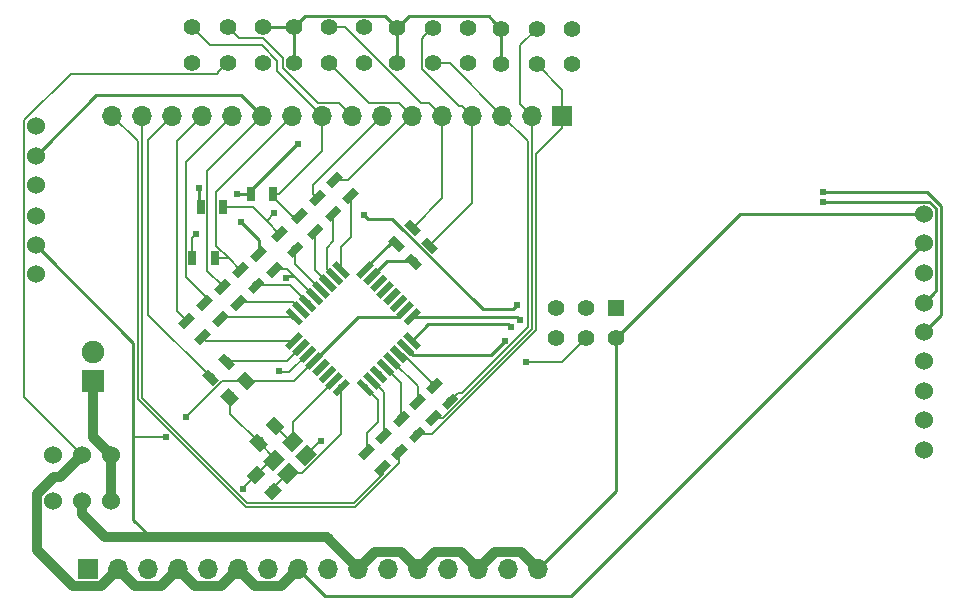
<source format=gtl>
G04 #@! TF.GenerationSoftware,KiCad,Pcbnew,5.0.2-bee76a0~70~ubuntu18.04.1*
G04 #@! TF.CreationDate,2019-11-08T01:10:53-05:00*
G04 #@! TF.ProjectId,controllerBoard,636f6e74-726f-46c6-9c65-72426f617264,rev?*
G04 #@! TF.SameCoordinates,Original*
G04 #@! TF.FileFunction,Copper,L1,Top*
G04 #@! TF.FilePolarity,Positive*
%FSLAX46Y46*%
G04 Gerber Fmt 4.6, Leading zero omitted, Abs format (unit mm)*
G04 Created by KiCad (PCBNEW 5.0.2-bee76a0~70~ubuntu18.04.1) date Fri 08 Nov 2019 01:10:53 AM EST*
%MOMM*%
%LPD*%
G01*
G04 APERTURE LIST*
G04 #@! TA.AperFunction,SMDPad,CuDef*
%ADD10C,0.550000*%
G04 #@! TD*
G04 #@! TA.AperFunction,Conductor*
%ADD11C,0.100000*%
G04 #@! TD*
G04 #@! TA.AperFunction,SMDPad,CuDef*
%ADD12C,1.000000*%
G04 #@! TD*
G04 #@! TA.AperFunction,ComponentPad*
%ADD13R,1.700000X1.700000*%
G04 #@! TD*
G04 #@! TA.AperFunction,ComponentPad*
%ADD14O,1.700000X1.700000*%
G04 #@! TD*
G04 #@! TA.AperFunction,ComponentPad*
%ADD15R,1.400000X1.400000*%
G04 #@! TD*
G04 #@! TA.AperFunction,ComponentPad*
%ADD16C,1.400000*%
G04 #@! TD*
G04 #@! TA.AperFunction,ComponentPad*
%ADD17R,1.900000X1.900000*%
G04 #@! TD*
G04 #@! TA.AperFunction,ComponentPad*
%ADD18C,1.900000*%
G04 #@! TD*
G04 #@! TA.AperFunction,SMDPad,CuDef*
%ADD19C,0.700000*%
G04 #@! TD*
G04 #@! TA.AperFunction,SMDPad,CuDef*
%ADD20C,1.200000*%
G04 #@! TD*
G04 #@! TA.AperFunction,SMDPad,CuDef*
%ADD21R,0.700000X1.300000*%
G04 #@! TD*
G04 #@! TA.AperFunction,ComponentPad*
%ADD22C,1.524000*%
G04 #@! TD*
G04 #@! TA.AperFunction,ViaPad*
%ADD23C,0.609600*%
G04 #@! TD*
G04 #@! TA.AperFunction,Conductor*
%ADD24C,0.152400*%
G04 #@! TD*
G04 #@! TA.AperFunction,Conductor*
%ADD25C,0.812800*%
G04 #@! TD*
G04 #@! TA.AperFunction,Conductor*
%ADD26C,0.254000*%
G04 #@! TD*
G04 APERTURE END LIST*
D10*
G04 #@! TO.P,U1,1*
G04 #@! TO.N,Net-(R14-Pad2)*
X93527309Y-94344579D03*
D11*
G04 #@! TD*
G04 #@! TO.N,Net-(R14-Pad2)*
G04 #@! TO.C,U1*
G36*
X93156078Y-95104719D02*
X92767169Y-94715810D01*
X93898540Y-93584439D01*
X94287449Y-93973348D01*
X93156078Y-95104719D01*
X93156078Y-95104719D01*
G37*
D10*
G04 #@! TO.P,U1,2*
G04 #@! TO.N,Net-(R15-Pad2)*
X94092995Y-94910264D03*
D11*
G04 #@! TD*
G04 #@! TO.N,Net-(R15-Pad2)*
G04 #@! TO.C,U1*
G36*
X93721764Y-95670404D02*
X93332855Y-95281495D01*
X94464226Y-94150124D01*
X94853135Y-94539033D01*
X93721764Y-95670404D01*
X93721764Y-95670404D01*
G37*
D10*
G04 #@! TO.P,U1,3*
G04 #@! TO.N,GND*
X94658680Y-95475950D03*
D11*
G04 #@! TD*
G04 #@! TO.N,GND*
G04 #@! TO.C,U1*
G36*
X94287449Y-96236090D02*
X93898540Y-95847181D01*
X95029911Y-94715810D01*
X95418820Y-95104719D01*
X94287449Y-96236090D01*
X94287449Y-96236090D01*
G37*
D10*
G04 #@! TO.P,U1,4*
G04 #@! TO.N,+5V*
X95224365Y-96041635D03*
D11*
G04 #@! TD*
G04 #@! TO.N,+5V*
G04 #@! TO.C,U1*
G36*
X94853134Y-96801775D02*
X94464225Y-96412866D01*
X95595596Y-95281495D01*
X95984505Y-95670404D01*
X94853134Y-96801775D01*
X94853134Y-96801775D01*
G37*
D10*
G04 #@! TO.P,U1,5*
G04 #@! TO.N,Net-(U1-Pad5)*
X95790051Y-96607321D03*
D11*
G04 #@! TD*
G04 #@! TO.N,Net-(U1-Pad5)*
G04 #@! TO.C,U1*
G36*
X95418820Y-97367461D02*
X95029911Y-96978552D01*
X96161282Y-95847181D01*
X96550191Y-96236090D01*
X95418820Y-97367461D01*
X95418820Y-97367461D01*
G37*
D10*
G04 #@! TO.P,U1,6*
G04 #@! TO.N,Net-(U1-Pad6)*
X96355736Y-97173006D03*
D11*
G04 #@! TD*
G04 #@! TO.N,Net-(U1-Pad6)*
G04 #@! TO.C,U1*
G36*
X95984505Y-97933146D02*
X95595596Y-97544237D01*
X96726967Y-96412866D01*
X97115876Y-96801775D01*
X95984505Y-97933146D01*
X95984505Y-97933146D01*
G37*
D10*
G04 #@! TO.P,U1,7*
G04 #@! TO.N,/XTAL1*
X96921422Y-97738691D03*
D11*
G04 #@! TD*
G04 #@! TO.N,/XTAL1*
G04 #@! TO.C,U1*
G36*
X96550191Y-98498831D02*
X96161282Y-98109922D01*
X97292653Y-96978551D01*
X97681562Y-97367460D01*
X96550191Y-98498831D01*
X96550191Y-98498831D01*
G37*
D10*
G04 #@! TO.P,U1,8*
G04 #@! TO.N,/XTAL2*
X97487107Y-98304377D03*
D11*
G04 #@! TD*
G04 #@! TO.N,/XTAL2*
G04 #@! TO.C,U1*
G36*
X97115876Y-99064517D02*
X96726967Y-98675608D01*
X97858338Y-97544237D01*
X98247247Y-97933146D01*
X97115876Y-99064517D01*
X97115876Y-99064517D01*
G37*
D10*
G04 #@! TO.P,U1,9*
G04 #@! TO.N,Net-(R16-Pad2)*
X99537717Y-98304377D03*
D11*
G04 #@! TD*
G04 #@! TO.N,Net-(R16-Pad2)*
G04 #@! TO.C,U1*
G36*
X100297857Y-98675608D02*
X99908948Y-99064517D01*
X98777577Y-97933146D01*
X99166486Y-97544237D01*
X100297857Y-98675608D01*
X100297857Y-98675608D01*
G37*
D10*
G04 #@! TO.P,U1,10*
G04 #@! TO.N,Net-(R17-Pad2)*
X100103402Y-97738691D03*
D11*
G04 #@! TD*
G04 #@! TO.N,Net-(R17-Pad2)*
G04 #@! TO.C,U1*
G36*
X100863542Y-98109922D02*
X100474633Y-98498831D01*
X99343262Y-97367460D01*
X99732171Y-96978551D01*
X100863542Y-98109922D01*
X100863542Y-98109922D01*
G37*
D10*
G04 #@! TO.P,U1,11*
G04 #@! TO.N,Net-(U1-Pad11)*
X100669088Y-97173006D03*
D11*
G04 #@! TD*
G04 #@! TO.N,Net-(U1-Pad11)*
G04 #@! TO.C,U1*
G36*
X101429228Y-97544237D02*
X101040319Y-97933146D01*
X99908948Y-96801775D01*
X100297857Y-96412866D01*
X101429228Y-97544237D01*
X101429228Y-97544237D01*
G37*
D10*
G04 #@! TO.P,U1,12*
G04 #@! TO.N,Net-(R1-Pad2)*
X101234773Y-96607321D03*
D11*
G04 #@! TD*
G04 #@! TO.N,Net-(R1-Pad2)*
G04 #@! TO.C,U1*
G36*
X101994913Y-96978552D02*
X101606004Y-97367461D01*
X100474633Y-96236090D01*
X100863542Y-95847181D01*
X101994913Y-96978552D01*
X101994913Y-96978552D01*
G37*
D10*
G04 #@! TO.P,U1,13*
G04 #@! TO.N,Net-(R2-Pad2)*
X101800459Y-96041635D03*
D11*
G04 #@! TD*
G04 #@! TO.N,Net-(R2-Pad2)*
G04 #@! TO.C,U1*
G36*
X102560599Y-96412866D02*
X102171690Y-96801775D01*
X101040319Y-95670404D01*
X101429228Y-95281495D01*
X102560599Y-96412866D01*
X102560599Y-96412866D01*
G37*
D10*
G04 #@! TO.P,U1,14*
G04 #@! TO.N,Net-(R3-Pad2)*
X102366144Y-95475950D03*
D11*
G04 #@! TD*
G04 #@! TO.N,Net-(R3-Pad2)*
G04 #@! TO.C,U1*
G36*
X103126284Y-95847181D02*
X102737375Y-96236090D01*
X101606004Y-95104719D01*
X101994913Y-94715810D01*
X103126284Y-95847181D01*
X103126284Y-95847181D01*
G37*
D10*
G04 #@! TO.P,U1,15*
G04 #@! TO.N,/MOSI*
X102931829Y-94910264D03*
D11*
G04 #@! TD*
G04 #@! TO.N,/MOSI*
G04 #@! TO.C,U1*
G36*
X103691969Y-95281495D02*
X103303060Y-95670404D01*
X102171689Y-94539033D01*
X102560598Y-94150124D01*
X103691969Y-95281495D01*
X103691969Y-95281495D01*
G37*
D10*
G04 #@! TO.P,U1,16*
G04 #@! TO.N,/MISO*
X103497515Y-94344579D03*
D11*
G04 #@! TD*
G04 #@! TO.N,/MISO*
G04 #@! TO.C,U1*
G36*
X104257655Y-94715810D02*
X103868746Y-95104719D01*
X102737375Y-93973348D01*
X103126284Y-93584439D01*
X104257655Y-94715810D01*
X104257655Y-94715810D01*
G37*
D10*
G04 #@! TO.P,U1,17*
G04 #@! TO.N,/SCK*
X103497515Y-92293969D03*
D11*
G04 #@! TD*
G04 #@! TO.N,/SCK*
G04 #@! TO.C,U1*
G36*
X103126284Y-93054109D02*
X102737375Y-92665200D01*
X103868746Y-91533829D01*
X104257655Y-91922738D01*
X103126284Y-93054109D01*
X103126284Y-93054109D01*
G37*
D10*
G04 #@! TO.P,U1,18*
G04 #@! TO.N,+5V*
X102931829Y-91728284D03*
D11*
G04 #@! TD*
G04 #@! TO.N,+5V*
G04 #@! TO.C,U1*
G36*
X102560598Y-92488424D02*
X102171689Y-92099515D01*
X103303060Y-90968144D01*
X103691969Y-91357053D01*
X102560598Y-92488424D01*
X102560598Y-92488424D01*
G37*
D10*
G04 #@! TO.P,U1,19*
G04 #@! TO.N,Net-(U1-Pad19)*
X102366144Y-91162598D03*
D11*
G04 #@! TD*
G04 #@! TO.N,Net-(U1-Pad19)*
G04 #@! TO.C,U1*
G36*
X101994913Y-91922738D02*
X101606004Y-91533829D01*
X102737375Y-90402458D01*
X103126284Y-90791367D01*
X101994913Y-91922738D01*
X101994913Y-91922738D01*
G37*
D10*
G04 #@! TO.P,U1,20*
G04 #@! TO.N,Net-(U1-Pad20)*
X101800459Y-90596913D03*
D11*
G04 #@! TD*
G04 #@! TO.N,Net-(U1-Pad20)*
G04 #@! TO.C,U1*
G36*
X101429228Y-91357053D02*
X101040319Y-90968144D01*
X102171690Y-89836773D01*
X102560599Y-90225682D01*
X101429228Y-91357053D01*
X101429228Y-91357053D01*
G37*
D10*
G04 #@! TO.P,U1,21*
G04 #@! TO.N,Net-(U1-Pad21)*
X101234773Y-90031227D03*
D11*
G04 #@! TD*
G04 #@! TO.N,Net-(U1-Pad21)*
G04 #@! TO.C,U1*
G36*
X100863542Y-90791367D02*
X100474633Y-90402458D01*
X101606004Y-89271087D01*
X101994913Y-89659996D01*
X100863542Y-90791367D01*
X100863542Y-90791367D01*
G37*
D10*
G04 #@! TO.P,U1,22*
G04 #@! TO.N,Net-(U1-Pad22)*
X100669088Y-89465542D03*
D11*
G04 #@! TD*
G04 #@! TO.N,Net-(U1-Pad22)*
G04 #@! TO.C,U1*
G36*
X100297857Y-90225682D02*
X99908948Y-89836773D01*
X101040319Y-88705402D01*
X101429228Y-89094311D01*
X100297857Y-90225682D01*
X100297857Y-90225682D01*
G37*
D10*
G04 #@! TO.P,U1,23*
G04 #@! TO.N,Net-(R4-Pad2)*
X100103402Y-88899857D03*
D11*
G04 #@! TD*
G04 #@! TO.N,Net-(R4-Pad2)*
G04 #@! TO.C,U1*
G36*
X99732171Y-89659997D02*
X99343262Y-89271088D01*
X100474633Y-88139717D01*
X100863542Y-88528626D01*
X99732171Y-89659997D01*
X99732171Y-89659997D01*
G37*
D10*
G04 #@! TO.P,U1,24*
G04 #@! TO.N,Net-(R5-Pad2)*
X99537717Y-88334171D03*
D11*
G04 #@! TD*
G04 #@! TO.N,Net-(R5-Pad2)*
G04 #@! TO.C,U1*
G36*
X99166486Y-89094311D02*
X98777577Y-88705402D01*
X99908948Y-87574031D01*
X100297857Y-87962940D01*
X99166486Y-89094311D01*
X99166486Y-89094311D01*
G37*
D10*
G04 #@! TO.P,U1,25*
G04 #@! TO.N,Net-(R6-Pad2)*
X97487107Y-88334171D03*
D11*
G04 #@! TD*
G04 #@! TO.N,Net-(R6-Pad2)*
G04 #@! TO.C,U1*
G36*
X98247247Y-88705402D02*
X97858338Y-89094311D01*
X96726967Y-87962940D01*
X97115876Y-87574031D01*
X98247247Y-88705402D01*
X98247247Y-88705402D01*
G37*
D10*
G04 #@! TO.P,U1,26*
G04 #@! TO.N,Net-(R7-Pad2)*
X96921422Y-88899857D03*
D11*
G04 #@! TD*
G04 #@! TO.N,Net-(R7-Pad2)*
G04 #@! TO.C,U1*
G36*
X97681562Y-89271088D02*
X97292653Y-89659997D01*
X96161282Y-88528626D01*
X96550191Y-88139717D01*
X97681562Y-89271088D01*
X97681562Y-89271088D01*
G37*
D10*
G04 #@! TO.P,U1,27*
G04 #@! TO.N,Net-(R8-Pad2)*
X96355736Y-89465542D03*
D11*
G04 #@! TD*
G04 #@! TO.N,Net-(R8-Pad2)*
G04 #@! TO.C,U1*
G36*
X97115876Y-89836773D02*
X96726967Y-90225682D01*
X95595596Y-89094311D01*
X95984505Y-88705402D01*
X97115876Y-89836773D01*
X97115876Y-89836773D01*
G37*
D10*
G04 #@! TO.P,U1,28*
G04 #@! TO.N,Net-(R9-Pad2)*
X95790051Y-90031227D03*
D11*
G04 #@! TD*
G04 #@! TO.N,Net-(R9-Pad2)*
G04 #@! TO.C,U1*
G36*
X96550191Y-90402458D02*
X96161282Y-90791367D01*
X95029911Y-89659996D01*
X95418820Y-89271087D01*
X96550191Y-90402458D01*
X96550191Y-90402458D01*
G37*
D10*
G04 #@! TO.P,U1,29*
G04 #@! TO.N,/RESET*
X95224365Y-90596913D03*
D11*
G04 #@! TD*
G04 #@! TO.N,/RESET*
G04 #@! TO.C,U1*
G36*
X95984505Y-90968144D02*
X95595596Y-91357053D01*
X94464225Y-90225682D01*
X94853134Y-89836773D01*
X95984505Y-90968144D01*
X95984505Y-90968144D01*
G37*
D10*
G04 #@! TO.P,U1,30*
G04 #@! TO.N,Net-(R20-Pad2)*
X94658680Y-91162598D03*
D11*
G04 #@! TD*
G04 #@! TO.N,Net-(R20-Pad2)*
G04 #@! TO.C,U1*
G36*
X95418820Y-91533829D02*
X95029911Y-91922738D01*
X93898540Y-90791367D01*
X94287449Y-90402458D01*
X95418820Y-91533829D01*
X95418820Y-91533829D01*
G37*
D10*
G04 #@! TO.P,U1,31*
G04 #@! TO.N,Net-(R12-Pad2)*
X94092995Y-91728284D03*
D11*
G04 #@! TD*
G04 #@! TO.N,Net-(R12-Pad2)*
G04 #@! TO.C,U1*
G36*
X94853135Y-92099515D02*
X94464226Y-92488424D01*
X93332855Y-91357053D01*
X93721764Y-90968144D01*
X94853135Y-92099515D01*
X94853135Y-92099515D01*
G37*
D10*
G04 #@! TO.P,U1,32*
G04 #@! TO.N,Net-(R13-Pad2)*
X93527309Y-92293969D03*
D11*
G04 #@! TD*
G04 #@! TO.N,Net-(R13-Pad2)*
G04 #@! TO.C,U1*
G36*
X94287449Y-92665200D02*
X93898540Y-93054109D01*
X92767169Y-91922738D01*
X93156078Y-91533829D01*
X94287449Y-92665200D01*
X94287449Y-92665200D01*
G37*
D12*
G04 #@! TO.P,C1,1*
G04 #@! TO.N,+5V*
X89480107Y-97717893D03*
D11*
G04 #@! TD*
G04 #@! TO.N,+5V*
G04 #@! TO.C,C1*
G36*
X89391719Y-96922398D02*
X90275602Y-97806281D01*
X89568495Y-98513388D01*
X88684612Y-97629505D01*
X89391719Y-96922398D01*
X89391719Y-96922398D01*
G37*
D12*
G04 #@! TO.P,C1,2*
G04 #@! TO.N,GND*
X88065893Y-99132107D03*
D11*
G04 #@! TD*
G04 #@! TO.N,GND*
G04 #@! TO.C,C1*
G36*
X87977505Y-98336612D02*
X88861388Y-99220495D01*
X88154281Y-99927602D01*
X87270398Y-99043719D01*
X87977505Y-98336612D01*
X87977505Y-98336612D01*
G37*
D12*
G04 #@! TO.P,C2,2*
G04 #@! TO.N,GND*
X90502231Y-102960800D03*
D11*
G04 #@! TD*
G04 #@! TO.N,GND*
G04 #@! TO.C,C2*
G36*
X90413843Y-102165305D02*
X91297726Y-103049188D01*
X90590619Y-103756295D01*
X89706736Y-102872412D01*
X90413843Y-102165305D01*
X90413843Y-102165305D01*
G37*
D12*
G04 #@! TO.P,C2,1*
G04 #@! TO.N,/XTAL1*
X91916445Y-101546586D03*
D11*
G04 #@! TD*
G04 #@! TO.N,/XTAL1*
G04 #@! TO.C,C2*
G36*
X91828057Y-100751091D02*
X92711940Y-101634974D01*
X92004833Y-102342081D01*
X91120950Y-101458198D01*
X91828057Y-100751091D01*
X91828057Y-100751091D01*
G37*
D12*
G04 #@! TO.P,C3,1*
G04 #@! TO.N,/XTAL2*
X91736840Y-107091717D03*
D11*
G04 #@! TD*
G04 #@! TO.N,/XTAL2*
G04 #@! TO.C,C3*
G36*
X92532335Y-107003329D02*
X91648452Y-107887212D01*
X90941345Y-107180105D01*
X91825228Y-106296222D01*
X92532335Y-107003329D01*
X92532335Y-107003329D01*
G37*
D12*
G04 #@! TO.P,C3,2*
G04 #@! TO.N,GND*
X90322626Y-105677503D03*
D11*
G04 #@! TD*
G04 #@! TO.N,GND*
G04 #@! TO.C,C3*
G36*
X91118121Y-105589115D02*
X90234238Y-106472998D01*
X89527131Y-105765891D01*
X90411014Y-104882008D01*
X91118121Y-105589115D01*
X91118121Y-105589115D01*
G37*
D13*
G04 #@! TO.P,J2,1*
G04 #@! TO.N,/IO1*
X116205000Y-75311000D03*
D14*
G04 #@! TO.P,J2,2*
G04 #@! TO.N,/IO2*
X113665000Y-75311000D03*
G04 #@! TO.P,J2,3*
G04 #@! TO.N,/IO3*
X111125000Y-75311000D03*
G04 #@! TO.P,J2,4*
G04 #@! TO.N,/IO4*
X108585000Y-75311000D03*
G04 #@! TO.P,J2,5*
G04 #@! TO.N,/IO5*
X106045000Y-75311000D03*
G04 #@! TO.P,J2,6*
G04 #@! TO.N,/IO6*
X103505000Y-75311000D03*
G04 #@! TO.P,J2,7*
G04 #@! TO.N,/IO7*
X100965000Y-75311000D03*
G04 #@! TO.P,J2,8*
G04 #@! TO.N,/SCL*
X98425000Y-75311000D03*
G04 #@! TO.P,J2,9*
G04 #@! TO.N,/SDA*
X95885000Y-75311000D03*
G04 #@! TO.P,J2,10*
G04 #@! TO.N,/RX*
X93345000Y-75311000D03*
G04 #@! TO.P,J2,11*
G04 #@! TO.N,/TX*
X90805000Y-75311000D03*
G04 #@! TO.P,J2,12*
G04 #@! TO.N,/IO12*
X88265000Y-75311000D03*
G04 #@! TO.P,J2,13*
G04 #@! TO.N,/IO13*
X85725000Y-75311000D03*
G04 #@! TO.P,J2,14*
G04 #@! TO.N,/IO14*
X83185000Y-75311000D03*
G04 #@! TO.P,J2,15*
G04 #@! TO.N,/IO15*
X80645000Y-75311000D03*
G04 #@! TO.P,J2,16*
G04 #@! TO.N,/IO16*
X78105000Y-75311000D03*
G04 #@! TD*
D15*
G04 #@! TO.P,J3,1*
G04 #@! TO.N,/MISO*
X120777000Y-91567000D03*
D16*
G04 #@! TO.P,J3,2*
G04 #@! TO.N,+5V*
X120777000Y-94107000D03*
G04 #@! TO.P,J3,3*
G04 #@! TO.N,/SCK*
X118237000Y-91567000D03*
G04 #@! TO.P,J3,4*
G04 #@! TO.N,/MOSI*
X118237000Y-94107000D03*
G04 #@! TO.P,J3,5*
G04 #@! TO.N,/RESET*
X115697000Y-91567000D03*
G04 #@! TO.P,J3,6*
G04 #@! TO.N,GND*
X115697000Y-94107000D03*
G04 #@! TD*
D17*
G04 #@! TO.P,J4,1*
G04 #@! TO.N,/VIN_BAT*
X76522000Y-97790000D03*
D18*
G04 #@! TO.P,J4,2*
G04 #@! TO.N,GND*
X76522000Y-95290000D03*
G04 #@! TD*
D19*
G04 #@! TO.P,R1,2*
G04 #@! TO.N,Net-(R1-Pad2)*
X102579249Y-100928249D03*
D11*
G04 #@! TD*
G04 #@! TO.N,Net-(R1-Pad2)*
G04 #@! TO.C,R1*
G36*
X103286356Y-100716117D02*
X102367117Y-101635356D01*
X101872142Y-101140381D01*
X102791381Y-100221142D01*
X103286356Y-100716117D01*
X103286356Y-100716117D01*
G37*
D19*
G04 #@! TO.P,R1,1*
G04 #@! TO.N,/IO1*
X103922751Y-102271751D03*
D11*
G04 #@! TD*
G04 #@! TO.N,/IO1*
G04 #@! TO.C,R1*
G36*
X104629858Y-102059619D02*
X103710619Y-102978858D01*
X103215644Y-102483883D01*
X104134883Y-101564644D01*
X104629858Y-102059619D01*
X104629858Y-102059619D01*
G37*
D19*
G04 #@! TO.P,R2,1*
G04 #@! TO.N,/IO2*
X105319751Y-100874751D03*
D11*
G04 #@! TD*
G04 #@! TO.N,/IO2*
G04 #@! TO.C,R2*
G36*
X106026858Y-100662619D02*
X105107619Y-101581858D01*
X104612644Y-101086883D01*
X105531883Y-100167644D01*
X106026858Y-100662619D01*
X106026858Y-100662619D01*
G37*
D19*
G04 #@! TO.P,R2,2*
G04 #@! TO.N,Net-(R2-Pad2)*
X103976249Y-99531249D03*
D11*
G04 #@! TD*
G04 #@! TO.N,Net-(R2-Pad2)*
G04 #@! TO.C,R2*
G36*
X104683356Y-99319117D02*
X103764117Y-100238356D01*
X103269142Y-99743381D01*
X104188381Y-98824142D01*
X104683356Y-99319117D01*
X104683356Y-99319117D01*
G37*
D19*
G04 #@! TO.P,R3,2*
G04 #@! TO.N,Net-(R3-Pad2)*
X105373249Y-98134249D03*
D11*
G04 #@! TD*
G04 #@! TO.N,Net-(R3-Pad2)*
G04 #@! TO.C,R3*
G36*
X106080356Y-97922117D02*
X105161117Y-98841356D01*
X104666142Y-98346381D01*
X105585381Y-97427142D01*
X106080356Y-97922117D01*
X106080356Y-97922117D01*
G37*
D19*
G04 #@! TO.P,R3,1*
G04 #@! TO.N,/IO3*
X106716751Y-99477751D03*
D11*
G04 #@! TD*
G04 #@! TO.N,/IO3*
G04 #@! TO.C,R3*
G36*
X107423858Y-99265619D02*
X106504619Y-100184858D01*
X106009644Y-99689883D01*
X106928883Y-98770644D01*
X107423858Y-99265619D01*
X107423858Y-99265619D01*
G37*
D19*
G04 #@! TO.P,R4,2*
G04 #@! TO.N,Net-(R4-Pad2)*
X103632000Y-87630000D03*
D11*
G04 #@! TD*
G04 #@! TO.N,Net-(R4-Pad2)*
G04 #@! TO.C,R4*
G36*
X103419868Y-86922893D02*
X104339107Y-87842132D01*
X103844132Y-88337107D01*
X102924893Y-87417868D01*
X103419868Y-86922893D01*
X103419868Y-86922893D01*
G37*
D19*
G04 #@! TO.P,R4,1*
G04 #@! TO.N,/IO4*
X104975502Y-86286498D03*
D11*
G04 #@! TD*
G04 #@! TO.N,/IO4*
G04 #@! TO.C,R4*
G36*
X104763370Y-85579391D02*
X105682609Y-86498630D01*
X105187634Y-86993605D01*
X104268395Y-86074366D01*
X104763370Y-85579391D01*
X104763370Y-85579391D01*
G37*
D19*
G04 #@! TO.P,R5,1*
G04 #@! TO.N,/IO5*
X103541751Y-84799249D03*
D11*
G04 #@! TD*
G04 #@! TO.N,/IO5*
G04 #@! TO.C,R5*
G36*
X103329619Y-84092142D02*
X104248858Y-85011381D01*
X103753883Y-85506356D01*
X102834644Y-84587117D01*
X103329619Y-84092142D01*
X103329619Y-84092142D01*
G37*
D19*
G04 #@! TO.P,R5,2*
G04 #@! TO.N,Net-(R5-Pad2)*
X102198249Y-86142751D03*
D11*
G04 #@! TD*
G04 #@! TO.N,Net-(R5-Pad2)*
G04 #@! TO.C,R5*
G36*
X101986117Y-85435644D02*
X102905356Y-86354883D01*
X102410381Y-86849858D01*
X101491142Y-85930619D01*
X101986117Y-85435644D01*
X101986117Y-85435644D01*
G37*
D19*
G04 #@! TO.P,R6,1*
G04 #@! TO.N,/IO6*
X96954498Y-80698498D03*
D11*
G04 #@! TD*
G04 #@! TO.N,/IO6*
G04 #@! TO.C,R6*
G36*
X96247391Y-80910630D02*
X97166630Y-79991391D01*
X97661605Y-80486366D01*
X96742366Y-81405605D01*
X96247391Y-80910630D01*
X96247391Y-80910630D01*
G37*
D19*
G04 #@! TO.P,R6,2*
G04 #@! TO.N,Net-(R6-Pad2)*
X98298000Y-82042000D03*
D11*
G04 #@! TD*
G04 #@! TO.N,Net-(R6-Pad2)*
G04 #@! TO.C,R6*
G36*
X97590893Y-82254132D02*
X98510132Y-81334893D01*
X99005107Y-81829868D01*
X98085868Y-82749107D01*
X97590893Y-82254132D01*
X97590893Y-82254132D01*
G37*
D19*
G04 #@! TO.P,R7,2*
G04 #@! TO.N,Net-(R7-Pad2)*
X96810751Y-83602751D03*
D11*
G04 #@! TD*
G04 #@! TO.N,Net-(R7-Pad2)*
G04 #@! TO.C,R7*
G36*
X96103644Y-83814883D02*
X97022883Y-82895644D01*
X97517858Y-83390619D01*
X96598619Y-84309858D01*
X96103644Y-83814883D01*
X96103644Y-83814883D01*
G37*
D19*
G04 #@! TO.P,R7,1*
G04 #@! TO.N,/IO7*
X95467249Y-82259249D03*
D11*
G04 #@! TD*
G04 #@! TO.N,/IO7*
G04 #@! TO.C,R7*
G36*
X94760142Y-82471381D02*
X95679381Y-81552142D01*
X96174356Y-82047117D01*
X95255117Y-82966356D01*
X94760142Y-82471381D01*
X94760142Y-82471381D01*
G37*
D19*
G04 #@! TO.P,R8,1*
G04 #@! TO.N,/SDA*
X93943249Y-83783249D03*
D11*
G04 #@! TD*
G04 #@! TO.N,/SDA*
G04 #@! TO.C,R8*
G36*
X93236142Y-83995381D02*
X94155381Y-83076142D01*
X94650356Y-83571117D01*
X93731117Y-84490356D01*
X93236142Y-83995381D01*
X93236142Y-83995381D01*
G37*
D19*
G04 #@! TO.P,R8,2*
G04 #@! TO.N,Net-(R8-Pad2)*
X95286751Y-85126751D03*
D11*
G04 #@! TD*
G04 #@! TO.N,Net-(R8-Pad2)*
G04 #@! TO.C,R8*
G36*
X94579644Y-85338883D02*
X95498883Y-84419644D01*
X95993858Y-84914619D01*
X95074619Y-85833858D01*
X94579644Y-85338883D01*
X94579644Y-85338883D01*
G37*
D19*
G04 #@! TO.P,R9,2*
G04 #@! TO.N,Net-(R9-Pad2)*
X93599000Y-86614000D03*
D11*
G04 #@! TD*
G04 #@! TO.N,Net-(R9-Pad2)*
G04 #@! TO.C,R9*
G36*
X92891893Y-86826132D02*
X93811132Y-85906893D01*
X94306107Y-86401868D01*
X93386868Y-87321107D01*
X92891893Y-86826132D01*
X92891893Y-86826132D01*
G37*
D19*
G04 #@! TO.P,R9,1*
G04 #@! TO.N,/SCL*
X92255498Y-85270498D03*
D11*
G04 #@! TD*
G04 #@! TO.N,/SCL*
G04 #@! TO.C,R9*
G36*
X91548391Y-85482630D02*
X92467630Y-84563391D01*
X92962605Y-85058366D01*
X92043366Y-85977605D01*
X91548391Y-85482630D01*
X91548391Y-85482630D01*
G37*
D19*
G04 #@! TO.P,R10,1*
G04 #@! TO.N,+5V*
X90514249Y-86958249D03*
D11*
G04 #@! TD*
G04 #@! TO.N,+5V*
G04 #@! TO.C,R10*
G36*
X89807142Y-87170381D02*
X90726381Y-86251142D01*
X91221356Y-86746117D01*
X90302117Y-87665356D01*
X89807142Y-87170381D01*
X89807142Y-87170381D01*
G37*
D19*
G04 #@! TO.P,R10,2*
G04 #@! TO.N,/RESET*
X91857751Y-88301751D03*
D11*
G04 #@! TD*
G04 #@! TO.N,/RESET*
G04 #@! TO.C,R10*
G36*
X91150644Y-88513883D02*
X92069883Y-87594644D01*
X92564858Y-88089619D01*
X91645619Y-89008858D01*
X91150644Y-88513883D01*
X91150644Y-88513883D01*
G37*
D19*
G04 #@! TO.P,R12,2*
G04 #@! TO.N,Net-(R12-Pad2)*
X88809751Y-91095751D03*
D11*
G04 #@! TD*
G04 #@! TO.N,Net-(R12-Pad2)*
G04 #@! TO.C,R12*
G36*
X88102644Y-91307883D02*
X89021883Y-90388644D01*
X89516858Y-90883619D01*
X88597619Y-91802858D01*
X88102644Y-91307883D01*
X88102644Y-91307883D01*
G37*
D19*
G04 #@! TO.P,R12,1*
G04 #@! TO.N,/TX*
X87466249Y-89752249D03*
D11*
G04 #@! TD*
G04 #@! TO.N,/TX*
G04 #@! TO.C,R12*
G36*
X86759142Y-89964381D02*
X87678381Y-89045142D01*
X88173356Y-89540117D01*
X87254117Y-90459356D01*
X86759142Y-89964381D01*
X86759142Y-89964381D01*
G37*
D19*
G04 #@! TO.P,R13,1*
G04 #@! TO.N,/IO12*
X85942249Y-91149249D03*
D11*
G04 #@! TD*
G04 #@! TO.N,/IO12*
G04 #@! TO.C,R13*
G36*
X85235142Y-91361381D02*
X86154381Y-90442142D01*
X86649356Y-90937117D01*
X85730117Y-91856356D01*
X85235142Y-91361381D01*
X85235142Y-91361381D01*
G37*
D19*
G04 #@! TO.P,R13,2*
G04 #@! TO.N,Net-(R13-Pad2)*
X87285751Y-92492751D03*
D11*
G04 #@! TD*
G04 #@! TO.N,Net-(R13-Pad2)*
G04 #@! TO.C,R13*
G36*
X86578644Y-92704883D02*
X87497883Y-91785644D01*
X87992858Y-92280619D01*
X87073619Y-93199858D01*
X86578644Y-92704883D01*
X86578644Y-92704883D01*
G37*
D19*
G04 #@! TO.P,R14,2*
G04 #@! TO.N,Net-(R14-Pad2)*
X85761751Y-94016751D03*
D11*
G04 #@! TD*
G04 #@! TO.N,Net-(R14-Pad2)*
G04 #@! TO.C,R14*
G36*
X85054644Y-94228883D02*
X85973883Y-93309644D01*
X86468858Y-93804619D01*
X85549619Y-94723858D01*
X85054644Y-94228883D01*
X85054644Y-94228883D01*
G37*
D19*
G04 #@! TO.P,R14,1*
G04 #@! TO.N,/IO13*
X84418249Y-92673249D03*
D11*
G04 #@! TD*
G04 #@! TO.N,/IO13*
G04 #@! TO.C,R14*
G36*
X83711142Y-92885381D02*
X84630381Y-91966142D01*
X85125356Y-92461117D01*
X84206117Y-93380356D01*
X83711142Y-92885381D01*
X83711142Y-92885381D01*
G37*
D19*
G04 #@! TO.P,R15,1*
G04 #@! TO.N,/IO14*
X86450249Y-97445751D03*
D11*
G04 #@! TD*
G04 #@! TO.N,/IO14*
G04 #@! TO.C,R15*
G36*
X86662381Y-98152858D02*
X85743142Y-97233619D01*
X86238117Y-96738644D01*
X87157356Y-97657883D01*
X86662381Y-98152858D01*
X86662381Y-98152858D01*
G37*
D19*
G04 #@! TO.P,R15,2*
G04 #@! TO.N,Net-(R15-Pad2)*
X87793751Y-96102249D03*
D11*
G04 #@! TD*
G04 #@! TO.N,Net-(R15-Pad2)*
G04 #@! TO.C,R15*
G36*
X88005883Y-96809356D02*
X87086644Y-95890117D01*
X87581619Y-95395142D01*
X88500858Y-96314381D01*
X88005883Y-96809356D01*
X88005883Y-96809356D01*
G37*
D19*
G04 #@! TO.P,R16,2*
G04 #@! TO.N,Net-(R16-Pad2)*
X99658249Y-103722249D03*
D11*
G04 #@! TD*
G04 #@! TO.N,Net-(R16-Pad2)*
G04 #@! TO.C,R16*
G36*
X100365356Y-103510117D02*
X99446117Y-104429356D01*
X98951142Y-103934381D01*
X99870381Y-103015142D01*
X100365356Y-103510117D01*
X100365356Y-103510117D01*
G37*
D19*
G04 #@! TO.P,R16,1*
G04 #@! TO.N,/IO15*
X101001751Y-105065751D03*
D11*
G04 #@! TD*
G04 #@! TO.N,/IO15*
G04 #@! TO.C,R16*
G36*
X101708858Y-104853619D02*
X100789619Y-105772858D01*
X100294644Y-105277883D01*
X101213883Y-104358644D01*
X101708858Y-104853619D01*
X101708858Y-104853619D01*
G37*
D19*
G04 #@! TO.P,R17,1*
G04 #@! TO.N,/IO16*
X102435502Y-103705502D03*
D11*
G04 #@! TD*
G04 #@! TO.N,/IO16*
G04 #@! TO.C,R17*
G36*
X103142609Y-103493370D02*
X102223370Y-104412609D01*
X101728395Y-103917634D01*
X102647634Y-102998395D01*
X103142609Y-103493370D01*
X103142609Y-103493370D01*
G37*
D19*
G04 #@! TO.P,R17,2*
G04 #@! TO.N,Net-(R17-Pad2)*
X101092000Y-102362000D03*
D11*
G04 #@! TD*
G04 #@! TO.N,Net-(R17-Pad2)*
G04 #@! TO.C,R17*
G36*
X101799107Y-102149868D02*
X100879868Y-103069107D01*
X100384893Y-102574132D01*
X101304132Y-101654893D01*
X101799107Y-102149868D01*
X101799107Y-102149868D01*
G37*
D20*
G04 #@! TO.P,Y1,1*
G04 #@! TO.N,/XTAL1*
X93397127Y-102885846D03*
D11*
G04 #@! TD*
G04 #@! TO.N,/XTAL1*
G04 #@! TO.C,Y1*
G36*
X93467838Y-101966607D02*
X94316366Y-102815135D01*
X93326416Y-103805085D01*
X92477888Y-102956557D01*
X93467838Y-101966607D01*
X93467838Y-101966607D01*
G37*
D20*
G04 #@! TO.P,Y1,2*
G04 #@! TO.N,GND*
X91841492Y-104441481D03*
D11*
G04 #@! TD*
G04 #@! TO.N,GND*
G04 #@! TO.C,Y1*
G36*
X91912203Y-103522242D02*
X92760731Y-104370770D01*
X91770781Y-105360720D01*
X90922253Y-104512192D01*
X91912203Y-103522242D01*
X91912203Y-103522242D01*
G37*
D20*
G04 #@! TO.P,Y1,3*
G04 #@! TO.N,/XTAL2*
X92972863Y-105572852D03*
D11*
G04 #@! TD*
G04 #@! TO.N,/XTAL2*
G04 #@! TO.C,Y1*
G36*
X93043574Y-104653613D02*
X93892102Y-105502141D01*
X92902152Y-106492091D01*
X92053624Y-105643563D01*
X93043574Y-104653613D01*
X93043574Y-104653613D01*
G37*
D20*
G04 #@! TO.P,Y1,4*
G04 #@! TO.N,GND*
X94528498Y-104017217D03*
D11*
G04 #@! TD*
G04 #@! TO.N,GND*
G04 #@! TO.C,Y1*
G36*
X94599209Y-103097978D02*
X95447737Y-103946506D01*
X94457787Y-104936456D01*
X93609259Y-104087928D01*
X94599209Y-103097978D01*
X94599209Y-103097978D01*
G37*
D13*
G04 #@! TO.P,J6,1*
G04 #@! TO.N,GND*
X76073000Y-113665000D03*
D14*
G04 #@! TO.P,J6,2*
G04 #@! TO.N,+3V3*
X78613000Y-113665000D03*
G04 #@! TO.P,J6,3*
G04 #@! TO.N,GND*
X81153000Y-113665000D03*
G04 #@! TO.P,J6,4*
G04 #@! TO.N,+3V3*
X83693000Y-113665000D03*
G04 #@! TO.P,J6,5*
G04 #@! TO.N,GND*
X86233000Y-113665000D03*
G04 #@! TO.P,J6,6*
G04 #@! TO.N,+3V3*
X88773000Y-113665000D03*
G04 #@! TO.P,J6,7*
G04 #@! TO.N,GND*
X91313000Y-113665000D03*
G04 #@! TO.P,J6,8*
G04 #@! TO.N,+3V3*
X93853000Y-113665000D03*
G04 #@! TO.P,J6,9*
G04 #@! TO.N,GND*
X96393000Y-113665000D03*
G04 #@! TO.P,J6,10*
G04 #@! TO.N,+5V*
X98933000Y-113665000D03*
G04 #@! TO.P,J6,11*
G04 #@! TO.N,GND*
X101473000Y-113665000D03*
G04 #@! TO.P,J6,12*
G04 #@! TO.N,+5V*
X104013000Y-113665000D03*
G04 #@! TO.P,J6,13*
G04 #@! TO.N,GND*
X106553000Y-113665000D03*
G04 #@! TO.P,J6,14*
G04 #@! TO.N,+5V*
X109093000Y-113665000D03*
G04 #@! TO.P,J6,15*
G04 #@! TO.N,GND*
X111633000Y-113665000D03*
G04 #@! TO.P,J6,16*
G04 #@! TO.N,+5V*
X114173000Y-113665000D03*
G04 #@! TD*
D21*
G04 #@! TO.P,R18,2*
G04 #@! TO.N,/SDA*
X91755000Y-81915000D03*
G04 #@! TO.P,R18,1*
G04 #@! TO.N,+5V*
X89855000Y-81915000D03*
G04 #@! TD*
G04 #@! TO.P,R19,1*
G04 #@! TO.N,+5V*
X85603000Y-83058000D03*
G04 #@! TO.P,R19,2*
G04 #@! TO.N,/SCL*
X87503000Y-83058000D03*
G04 #@! TD*
D19*
G04 #@! TO.P,R20,2*
G04 #@! TO.N,Net-(R20-Pad2)*
X90297000Y-89662000D03*
D11*
G04 #@! TD*
G04 #@! TO.N,Net-(R20-Pad2)*
G04 #@! TO.C,R20*
G36*
X89589893Y-89874132D02*
X90509132Y-88954893D01*
X91004107Y-89449868D01*
X90084868Y-90369107D01*
X89589893Y-89874132D01*
X89589893Y-89874132D01*
G37*
D19*
G04 #@! TO.P,R20,1*
G04 #@! TO.N,/RX*
X88953498Y-88318498D03*
D11*
G04 #@! TD*
G04 #@! TO.N,/RX*
G04 #@! TO.C,R20*
G36*
X88246391Y-88530630D02*
X89165630Y-87611391D01*
X89660605Y-88106366D01*
X88741366Y-89025605D01*
X88246391Y-88530630D01*
X88246391Y-88530630D01*
G37*
D21*
G04 #@! TO.P,R21,1*
G04 #@! TO.N,GND*
X84902000Y-87376000D03*
G04 #@! TO.P,R21,2*
G04 #@! TO.N,/RX*
X86802000Y-87376000D03*
G04 #@! TD*
D22*
G04 #@! TO.P,J1,3*
G04 #@! TO.N,/RX*
X71628000Y-81153000D03*
G04 #@! TO.P,J1,2*
G04 #@! TO.N,/TX*
X71628000Y-78663800D03*
G04 #@! TO.P,J1,1*
G04 #@! TO.N,Net-(J1-Pad1)*
X71628000Y-76174600D03*
G04 #@! TD*
G04 #@! TO.P,J5,1*
G04 #@! TO.N,GND*
X71628000Y-83743800D03*
G04 #@! TO.P,J5,2*
G04 #@! TO.N,+5V*
X71628000Y-86233000D03*
G04 #@! TO.P,J5,3*
G04 #@! TO.N,Net-(J5-Pad3)*
X71628000Y-88722200D03*
G04 #@! TD*
G04 #@! TO.P,J7,3*
G04 #@! TO.N,GND*
X146812001Y-88595200D03*
G04 #@! TO.P,J7,2*
G04 #@! TO.N,+3V3*
X146812001Y-86106000D03*
G04 #@! TO.P,J7,1*
G04 #@! TO.N,+5V*
X146812001Y-83616800D03*
G04 #@! TD*
G04 #@! TO.P,J8,1*
G04 #@! TO.N,/SCL*
X146812000Y-91109800D03*
G04 #@! TO.P,J8,2*
G04 #@! TO.N,/SDA*
X146812000Y-93599000D03*
G04 #@! TO.P,J8,3*
G04 #@! TO.N,Net-(J8-Pad3)*
X146812000Y-96088200D03*
G04 #@! TD*
G04 #@! TO.P,J9,3*
G04 #@! TO.N,Net-(J9-Pad3)*
X146812000Y-103581200D03*
G04 #@! TO.P,J9,2*
G04 #@! TO.N,Net-(J9-Pad2)*
X146812000Y-101092000D03*
G04 #@! TO.P,J9,1*
G04 #@! TO.N,Net-(J9-Pad1)*
X146812000Y-98602800D03*
G04 #@! TD*
D16*
G04 #@! TO.P,J11,6*
G04 #@! TO.N,GND*
X117046000Y-70947000D03*
G04 #@! TO.P,J11,5*
G04 #@! TO.N,/IO1*
X114046000Y-70947000D03*
G04 #@! TO.P,J11,4*
G04 #@! TO.N,+5V*
X111046000Y-70947000D03*
G04 #@! TO.P,J11,3*
G04 #@! TO.N,GND*
X117046000Y-67947000D03*
G04 #@! TO.P,J11,2*
G04 #@! TO.N,/IO2*
X114046000Y-67947000D03*
G04 #@! TO.P,J11,1*
G04 #@! TO.N,+5V*
X111046000Y-67947000D03*
G04 #@! TD*
G04 #@! TO.P,J12,1*
G04 #@! TO.N,+5V*
X102235000Y-67866000D03*
G04 #@! TO.P,J12,2*
G04 #@! TO.N,/IO4*
X105235000Y-67866000D03*
G04 #@! TO.P,J12,3*
G04 #@! TO.N,GND*
X108235000Y-67866000D03*
G04 #@! TO.P,J12,4*
G04 #@! TO.N,+5V*
X102235000Y-70866000D03*
G04 #@! TO.P,J12,5*
G04 #@! TO.N,/IO3*
X105235000Y-70866000D03*
G04 #@! TO.P,J12,6*
G04 #@! TO.N,GND*
X108235000Y-70866000D03*
G04 #@! TD*
G04 #@! TO.P,J13,6*
G04 #@! TO.N,GND*
X99472000Y-70818000D03*
G04 #@! TO.P,J13,5*
G04 #@! TO.N,/IO6*
X96472000Y-70818000D03*
G04 #@! TO.P,J13,4*
G04 #@! TO.N,+5V*
X93472000Y-70818000D03*
G04 #@! TO.P,J13,3*
G04 #@! TO.N,GND*
X99472000Y-67818000D03*
G04 #@! TO.P,J13,2*
G04 #@! TO.N,/IO5*
X96472000Y-67818000D03*
G04 #@! TO.P,J13,1*
G04 #@! TO.N,+5V*
X93472000Y-67818000D03*
G04 #@! TD*
G04 #@! TO.P,J14,1*
G04 #@! TO.N,/SDA*
X84884000Y-67820000D03*
G04 #@! TO.P,J14,2*
G04 #@! TO.N,/SCL*
X87884000Y-67820000D03*
G04 #@! TO.P,J14,3*
G04 #@! TO.N,+5V*
X90884000Y-67820000D03*
G04 #@! TO.P,J14,4*
G04 #@! TO.N,GND*
X84884000Y-70820000D03*
G04 #@! TO.P,J14,5*
G04 #@! TO.N,+3V3*
X87884000Y-70820000D03*
G04 #@! TO.P,J14,6*
G04 #@! TO.N,GND*
X90884000Y-70820000D03*
G04 #@! TD*
D22*
G04 #@! TO.P,U2,1*
G04 #@! TO.N,GND*
X73075800Y-107950000D03*
G04 #@! TO.P,U2,2*
G04 #@! TO.N,+5V*
X75565000Y-107950000D03*
G04 #@! TO.P,U2,3*
G04 #@! TO.N,/VIN_BAT*
X78054200Y-107950000D03*
G04 #@! TD*
G04 #@! TO.P,U3,3*
G04 #@! TO.N,/VIN_BAT*
X78054200Y-104013000D03*
G04 #@! TO.P,U3,2*
G04 #@! TO.N,+3V3*
X75565000Y-104013000D03*
G04 #@! TO.P,U3,1*
G04 #@! TO.N,GND*
X73075800Y-104013000D03*
G04 #@! TD*
D23*
G04 #@! TO.N,+5V*
X93853000Y-77724000D03*
X89027000Y-84328000D03*
X88646000Y-81915000D03*
X85471000Y-81407000D03*
X84328000Y-100838000D03*
X82677000Y-102489000D03*
G04 #@! TO.N,GND*
X89154000Y-106934000D03*
X95758000Y-102870000D03*
X92202000Y-96901000D03*
X85217000Y-85344000D03*
G04 #@! TO.N,/SCL*
X91821000Y-83566000D03*
X138277599Y-82575399D03*
G04 #@! TO.N,/SDA*
X138303000Y-81788000D03*
G04 #@! TO.N,/MISO*
X111887000Y-93218000D03*
G04 #@! TO.N,/SCK*
X112649000Y-92583000D03*
G04 #@! TO.N,/MOSI*
X111379000Y-94361000D03*
X113157000Y-96139000D03*
G04 #@! TO.N,/RESET*
X92837000Y-89027000D03*
X99441000Y-83693000D03*
X112395000Y-91313000D03*
G04 #@! TD*
D24*
G04 #@! TO.N,+5V*
X93548107Y-97717893D02*
X89480107Y-97717893D01*
X95224365Y-96041635D02*
X93548107Y-97717893D01*
D25*
X75565000Y-109027630D02*
X77535370Y-110998000D01*
X75565000Y-107950000D02*
X75565000Y-109027630D01*
X96266000Y-110998000D02*
X98933000Y-113665000D01*
X102604199Y-112256199D02*
X103163001Y-112815001D01*
X100341801Y-112256199D02*
X102604199Y-112256199D01*
X103163001Y-112815001D02*
X104013000Y-113665000D01*
X98933000Y-113665000D02*
X100341801Y-112256199D01*
X108243001Y-112815001D02*
X109093000Y-113665000D01*
X107684199Y-112256199D02*
X108243001Y-112815001D01*
X105421801Y-112256199D02*
X107684199Y-112256199D01*
X104013000Y-113665000D02*
X105421801Y-112256199D01*
X112764199Y-112256199D02*
X113323001Y-112815001D01*
X113323001Y-112815001D02*
X114173000Y-113665000D01*
X110501801Y-112256199D02*
X112764199Y-112256199D01*
X109093000Y-113665000D02*
X110501801Y-112256199D01*
D26*
X93470000Y-67820000D02*
X93472000Y-67818000D01*
X90884000Y-67820000D02*
X93470000Y-67820000D01*
X93472000Y-68807949D02*
X93472000Y-70818000D01*
X93472000Y-67818000D02*
X93472000Y-68807949D01*
X101535001Y-67166001D02*
X102235000Y-67866000D01*
X101207599Y-66838599D02*
X101535001Y-67166001D01*
X94451401Y-66838599D02*
X101207599Y-66838599D01*
X93472000Y-67818000D02*
X94451401Y-66838599D01*
X102235000Y-68855949D02*
X102235000Y-70866000D01*
X102235000Y-67866000D02*
X102235000Y-68855949D01*
X110346001Y-67247001D02*
X111046000Y-67947000D01*
X109985599Y-66886599D02*
X110346001Y-67247001D01*
X103214401Y-66886599D02*
X109985599Y-66886599D01*
X102235000Y-67866000D02*
X103214401Y-66886599D01*
X111046000Y-68936949D02*
X111046000Y-70947000D01*
X111046000Y-67947000D02*
X111046000Y-68936949D01*
X93746000Y-77724000D02*
X93853000Y-77724000D01*
X89855000Y-81915000D02*
X89855000Y-81615000D01*
X89855000Y-81615000D02*
X93746000Y-77724000D01*
X102295434Y-92364679D02*
X98901321Y-92364679D01*
X95860760Y-95405240D02*
X95224365Y-96041635D01*
X102931829Y-91728284D02*
X102295434Y-92364679D01*
X90514249Y-86958249D02*
X90514249Y-85815249D01*
X90514249Y-85815249D02*
X89027000Y-84328000D01*
X88646000Y-81915000D02*
X89855000Y-81915000D01*
X85471000Y-82926000D02*
X85603000Y-83058000D01*
X85471000Y-81407000D02*
X85471000Y-82926000D01*
X120777000Y-95096949D02*
X120777000Y-94107000D01*
X120777000Y-107061000D02*
X120777000Y-95096949D01*
X114173000Y-113665000D02*
X120777000Y-107061000D01*
X131267200Y-83616800D02*
X146812001Y-83616800D01*
X120777000Y-94107000D02*
X131267200Y-83616800D01*
X72389999Y-86994999D02*
X71628000Y-86233000D01*
X79908391Y-94513391D02*
X72389999Y-86994999D01*
X81407000Y-110998000D02*
X79908391Y-109499391D01*
D25*
X81407000Y-110998000D02*
X96266000Y-110998000D01*
X77535370Y-110998000D02*
X81407000Y-110998000D01*
D24*
X89480107Y-97717893D02*
X87448107Y-97717893D01*
X87448107Y-97717893D02*
X84328000Y-100838000D01*
X82245948Y-102489000D02*
X79908391Y-102489000D01*
X82677000Y-102489000D02*
X82245948Y-102489000D01*
D26*
X79908391Y-109499391D02*
X79908391Y-102489000D01*
X79908391Y-102489000D02*
X79908391Y-94513391D01*
X98901321Y-92364679D02*
X95860760Y-95405240D01*
D24*
G04 #@! TO.N,GND*
X91841492Y-104300061D02*
X91841492Y-104441481D01*
X90502231Y-102960800D02*
X91841492Y-104300061D01*
X91558648Y-104441481D02*
X91841492Y-104441481D01*
X90322626Y-105677503D02*
X91558648Y-104441481D01*
X90322626Y-105677503D02*
X89154000Y-106846129D01*
X89154000Y-106846129D02*
X89154000Y-106934000D01*
X94528498Y-104017217D02*
X95675715Y-102870000D01*
X95675715Y-102870000D02*
X95758000Y-102870000D01*
X92329000Y-97028000D02*
X92202000Y-96901000D01*
X94658680Y-95475950D02*
X93106630Y-97028000D01*
X93106630Y-97028000D02*
X92329000Y-97028000D01*
X88065893Y-100524462D02*
X90502231Y-102960800D01*
X88065893Y-99132107D02*
X88065893Y-100524462D01*
X84902000Y-87376000D02*
X84902000Y-85659000D01*
X84902000Y-85659000D02*
X85217000Y-85344000D01*
G04 #@! TO.N,/XTAL1*
X93397127Y-101262986D02*
X96921422Y-97738691D01*
X93397127Y-102885846D02*
X93397127Y-101262986D01*
X93255705Y-102885846D02*
X93397127Y-102885846D01*
X91916445Y-101546586D02*
X93255705Y-102885846D01*
G04 #@! TO.N,/XTAL2*
X97487107Y-98793286D02*
X97487107Y-98304377D01*
X97487107Y-102230442D02*
X97487107Y-98793286D01*
X94144697Y-105572852D02*
X97487107Y-102230442D01*
X92972863Y-105572852D02*
X94144697Y-105572852D01*
X91736840Y-106808875D02*
X91736840Y-107091717D01*
X92972863Y-105572852D02*
X91736840Y-106808875D01*
G04 #@! TO.N,/IO1*
X104517726Y-102271751D02*
X103922751Y-102271751D01*
X105172097Y-102271751D02*
X104517726Y-102271751D01*
X113969809Y-93474039D02*
X105172097Y-102271751D01*
X113969810Y-78548590D02*
X113969809Y-93474039D01*
X116205000Y-76313400D02*
X113969810Y-78548590D01*
X116205000Y-75311000D02*
X116205000Y-76313400D01*
X116205000Y-73106000D02*
X116205000Y-75311000D01*
X114046000Y-70947000D02*
X116205000Y-73106000D01*
G04 #@! TO.N,/IO2*
X113665000Y-76513081D02*
X113665000Y-75311000D01*
X113665000Y-93347782D02*
X113665000Y-76513081D01*
X106138031Y-100874751D02*
X113665000Y-93347782D01*
X105319751Y-100874751D02*
X106138031Y-100874751D01*
X112815001Y-74461001D02*
X113665000Y-75311000D01*
X112649000Y-74295000D02*
X112815001Y-74461001D01*
X112649000Y-69344000D02*
X112649000Y-74295000D01*
X114046000Y-67947000D02*
X112649000Y-69344000D01*
G04 #@! TO.N,/IO3*
X111125000Y-75311000D02*
X113284000Y-77470000D01*
X107388502Y-98806000D02*
X106716751Y-99477751D01*
X107696000Y-98806000D02*
X107388502Y-98806000D01*
X113284000Y-93218000D02*
X107696000Y-98806000D01*
X113284000Y-77470000D02*
X113284000Y-93218000D01*
X106680000Y-70866000D02*
X105235000Y-70866000D01*
X111125000Y-75311000D02*
X106680000Y-70866000D01*
G04 #@! TO.N,/IO4*
X108585000Y-82677000D02*
X108585000Y-75311000D01*
X104975502Y-86286498D02*
X108585000Y-82677000D01*
X104306399Y-68794601D02*
X104535001Y-68565999D01*
X104535001Y-68565999D02*
X105235000Y-67866000D01*
X104306399Y-71311729D02*
X104306399Y-68794601D01*
X107455671Y-74461001D02*
X104306399Y-71311729D01*
X107735001Y-74461001D02*
X107455671Y-74461001D01*
X108585000Y-75311000D02*
X107735001Y-74461001D01*
G04 #@! TO.N,/IO5*
X106045000Y-82296000D02*
X106045000Y-75311000D01*
X103541751Y-84799249D02*
X106045000Y-82296000D01*
X97461949Y-67818000D02*
X96472000Y-67818000D01*
X97846330Y-67818000D02*
X97461949Y-67818000D01*
X104260729Y-74232399D02*
X97846330Y-67818000D01*
X104966399Y-74232399D02*
X104260729Y-74232399D01*
X106045000Y-75311000D02*
X104966399Y-74232399D01*
G04 #@! TO.N,/IO6*
X98117502Y-80698498D02*
X103505000Y-75311000D01*
X96954498Y-80698498D02*
X98117502Y-80698498D01*
X97171999Y-71517999D02*
X96472000Y-70818000D01*
X102426399Y-74232399D02*
X99886399Y-74232399D01*
X99886399Y-74232399D02*
X97171999Y-71517999D01*
X103505000Y-75311000D02*
X102426399Y-74232399D01*
G04 #@! TO.N,/IO7*
X95149052Y-81126948D02*
X100115001Y-76160999D01*
X95149052Y-81941052D02*
X95149052Y-81126948D01*
X100115001Y-76160999D02*
X100965000Y-75311000D01*
X95467249Y-82259249D02*
X95149052Y-81941052D01*
G04 #@! TO.N,/SCL*
X87503000Y-83058000D02*
X90043000Y-83058000D01*
X98425000Y-75311000D02*
X97346399Y-74232399D01*
X90846601Y-68748601D02*
X88812601Y-68748601D01*
X97346399Y-74232399D02*
X95512069Y-74232399D01*
X95512069Y-74232399D02*
X92543399Y-71263729D01*
X92543399Y-71263729D02*
X92543399Y-70445399D01*
X88812601Y-68748601D02*
X87884000Y-67820000D01*
X92543399Y-70445399D02*
X90846601Y-68748601D01*
X91186000Y-84201000D02*
X91821000Y-83566000D01*
X91186000Y-84201000D02*
X92255498Y-85270498D01*
X90043000Y-83058000D02*
X91186000Y-84201000D01*
D26*
X147573999Y-90347801D02*
X146812000Y-91109800D01*
X147853402Y-83116927D02*
X147853402Y-90068398D01*
X147853402Y-90068398D02*
X147573999Y-90347801D01*
X147311874Y-82575399D02*
X147853402Y-83116927D01*
X138277599Y-82575399D02*
X147311874Y-82575399D01*
D24*
G04 #@! TO.N,/SDA*
X93348274Y-83783249D02*
X93943249Y-83783249D01*
X93323249Y-83783249D02*
X93348274Y-83783249D01*
X91755000Y-82215000D02*
X93323249Y-83783249D01*
X91755000Y-81915000D02*
X91755000Y-82215000D01*
X92329000Y-71755000D02*
X95885000Y-75311000D01*
X92075000Y-71501000D02*
X92329000Y-71755000D01*
X90780330Y-69342000D02*
X92075000Y-70636670D01*
X86406000Y-69342000D02*
X90780330Y-69342000D01*
X92075000Y-70636670D02*
X92075000Y-71501000D01*
X84884000Y-67820000D02*
X86406000Y-69342000D01*
X95885000Y-76513081D02*
X95885000Y-75311000D01*
X95885000Y-78287400D02*
X95885000Y-76513081D01*
X92257400Y-81915000D02*
X95885000Y-78287400D01*
X91755000Y-81915000D02*
X92257400Y-81915000D01*
D26*
X148259812Y-82948587D02*
X148259812Y-92151188D01*
X148259812Y-92151188D02*
X147573999Y-92837001D01*
X147099225Y-81788000D02*
X148259812Y-82948587D01*
X147573999Y-92837001D02*
X146812000Y-93599000D01*
X138303000Y-81788000D02*
X147099225Y-81788000D01*
D24*
G04 #@! TO.N,/IO12*
X87415001Y-76160999D02*
X88265000Y-75311000D01*
X84323399Y-79252601D02*
X87415001Y-76160999D01*
X84323399Y-88935424D02*
X84323399Y-79252601D01*
X85942249Y-90554274D02*
X84323399Y-88935424D01*
X85942249Y-91149249D02*
X85942249Y-90554274D01*
G04 #@! TO.N,/IO13*
X84875001Y-76160999D02*
X85725000Y-75311000D01*
X83566000Y-77470000D02*
X84875001Y-76160999D01*
X83566000Y-91821000D02*
X83566000Y-77470000D01*
X84418249Y-92673249D02*
X83566000Y-91821000D01*
G04 #@! TO.N,/IO14*
X81153000Y-77343000D02*
X83185000Y-75311000D01*
X86450249Y-97445751D02*
X81153000Y-92148502D01*
X81153000Y-92148502D02*
X81153000Y-77343000D01*
G04 #@! TO.N,/IO15*
X80645000Y-76513081D02*
X80645000Y-75311000D01*
X101001751Y-105660726D02*
X98546655Y-108115822D01*
X80645000Y-99214434D02*
X80645000Y-76513081D01*
X89546388Y-108115822D02*
X80645000Y-99214434D01*
X98546655Y-108115822D02*
X89546388Y-108115822D01*
X101001751Y-105065751D02*
X101001751Y-105660726D01*
G04 #@! TO.N,/IO16*
X80264000Y-77470000D02*
X78105000Y-75311000D01*
X80264000Y-99264500D02*
X80264000Y-77470000D01*
X89420131Y-108420631D02*
X80264000Y-99264500D01*
X98672911Y-108420632D02*
X89420131Y-108420631D01*
X102435502Y-103705502D02*
X102435502Y-104658041D01*
X102435502Y-104658041D02*
X98672911Y-108420632D01*
D26*
G04 #@! TO.N,/MISO*
X103497515Y-94344579D02*
X104878094Y-92964000D01*
X104878094Y-92964000D02*
X111633000Y-92964000D01*
X111633000Y-92964000D02*
X111887000Y-93218000D01*
G04 #@! TO.N,/SCK*
X103497515Y-92293969D02*
X112359969Y-92293969D01*
X112359969Y-92293969D02*
X112649000Y-92583000D01*
G04 #@! TO.N,/MOSI*
X110193341Y-95546659D02*
X111379000Y-94361000D01*
X102931829Y-94910264D02*
X103568224Y-95546659D01*
X103568224Y-95546659D02*
X110193341Y-95546659D01*
D24*
X116205000Y-96139000D02*
X118237000Y-94107000D01*
X113157000Y-96139000D02*
X116205000Y-96139000D01*
G04 #@! TO.N,/RESET*
X92929203Y-88301751D02*
X91857751Y-88301751D01*
D26*
X93019452Y-88844548D02*
X92837000Y-89027000D01*
X93472000Y-88844548D02*
X93019452Y-88844548D01*
D24*
X93472000Y-88844548D02*
X92929203Y-88301751D01*
X95224365Y-90596913D02*
X93472000Y-88844548D01*
D26*
X101796681Y-83997799D02*
X109492882Y-91694000D01*
X99441000Y-83693000D02*
X99745799Y-83997799D01*
X99745799Y-83997799D02*
X101796681Y-83997799D01*
X109492882Y-91694000D02*
X110744000Y-91694000D01*
X110744000Y-91694000D02*
X112014000Y-91694000D01*
X112014000Y-91694000D02*
X112395000Y-91313000D01*
D25*
G04 #@! TO.N,/VIN_BAT*
X78054200Y-104013000D02*
X78054200Y-107950000D01*
X76522000Y-102480800D02*
X78054200Y-104013000D01*
X76522000Y-97790000D02*
X76522000Y-102480800D01*
D24*
G04 #@! TO.N,Net-(R1-Pad2)*
X102579249Y-97951797D02*
X101234773Y-96607321D01*
X102579249Y-100928249D02*
X102579249Y-97951797D01*
G04 #@! TO.N,Net-(R2-Pad2)*
X103976249Y-98217425D02*
X101800459Y-96041635D01*
X103976249Y-99531249D02*
X103976249Y-98217425D01*
G04 #@! TO.N,Net-(R3-Pad2)*
X102714950Y-95475950D02*
X102366144Y-95475950D01*
X105373249Y-98134249D02*
X102714950Y-95475950D01*
D26*
G04 #@! TO.N,Net-(R4-Pad2)*
X101373259Y-87630000D02*
X100103402Y-88899857D01*
X103632000Y-87630000D02*
X101373259Y-87630000D01*
G04 #@! TO.N,Net-(R5-Pad2)*
X101603274Y-86142751D02*
X99537717Y-88208308D01*
X99537717Y-88208308D02*
X99537717Y-88334171D01*
X102198249Y-86142751D02*
X101603274Y-86142751D01*
D24*
G04 #@! TO.N,Net-(R6-Pad2)*
X97487107Y-88334171D02*
X97487107Y-86408893D01*
X98298000Y-85598000D02*
X98298000Y-82042000D01*
X97487107Y-86408893D02*
X98298000Y-85598000D01*
G04 #@! TO.N,Net-(R7-Pad2)*
X96280422Y-88258857D02*
X96280422Y-86472578D01*
X96921422Y-88899857D02*
X96280422Y-88258857D01*
X96810751Y-85942249D02*
X96810751Y-83602751D01*
X96280422Y-86472578D02*
X96810751Y-85942249D01*
G04 #@! TO.N,Net-(R8-Pad2)*
X95286751Y-88396557D02*
X95286751Y-85126751D01*
X96355736Y-89465542D02*
X95286751Y-88396557D01*
G04 #@! TO.N,Net-(R9-Pad2)*
X93599000Y-87840176D02*
X93599000Y-86614000D01*
X95790051Y-90031227D02*
X93599000Y-87840176D01*
G04 #@! TO.N,Net-(R12-Pad2)*
X88813613Y-91091889D02*
X88809751Y-91095751D01*
X93456600Y-91091889D02*
X88813613Y-91091889D01*
X94092995Y-91728284D02*
X93456600Y-91091889D01*
G04 #@! TO.N,Net-(R13-Pad2)*
X87484533Y-92293969D02*
X87285751Y-92492751D01*
X93527309Y-92293969D02*
X87484533Y-92293969D01*
G04 #@! TO.N,Net-(R14-Pad2)*
X86089579Y-94344579D02*
X85761751Y-94016751D01*
X93527309Y-94344579D02*
X86089579Y-94344579D01*
G04 #@! TO.N,Net-(R15-Pad2)*
X92901010Y-96102249D02*
X87793751Y-96102249D01*
X94092995Y-94910264D02*
X92901010Y-96102249D01*
G04 #@! TO.N,Net-(R16-Pad2)*
X100584000Y-99350660D02*
X99537717Y-98304377D01*
X100584000Y-101219000D02*
X100584000Y-99350660D01*
X99658249Y-103722249D02*
X99658249Y-102144751D01*
X99658249Y-102144751D02*
X100584000Y-101219000D01*
G04 #@! TO.N,Net-(R17-Pad2)*
X101092000Y-98727289D02*
X100103402Y-97738691D01*
X101092000Y-102362000D02*
X101092000Y-98727289D01*
G04 #@! TO.N,/TX*
X86181601Y-79934399D02*
X89955001Y-76160999D01*
X86181601Y-88467601D02*
X86181601Y-79934399D01*
X89955001Y-76160999D02*
X90805000Y-75311000D01*
X87466249Y-89752249D02*
X86181601Y-88467601D01*
D26*
X76758800Y-73533000D02*
X72389999Y-77901801D01*
X89027000Y-73533000D02*
X76758800Y-73533000D01*
X72389999Y-77901801D02*
X71628000Y-78663800D01*
X90805000Y-75311000D02*
X89027000Y-73533000D01*
D24*
G04 #@! TO.N,/RX*
X88011000Y-87376000D02*
X86802000Y-87376000D01*
X88953498Y-88318498D02*
X88011000Y-87376000D01*
X92495001Y-76160999D02*
X93345000Y-75311000D01*
X86924399Y-81731601D02*
X92495001Y-76160999D01*
X86924399Y-86289399D02*
X86924399Y-81731601D01*
X88011000Y-87376000D02*
X86924399Y-86289399D01*
D25*
G04 #@! TO.N,+3V3*
X75565000Y-104013000D02*
X73660000Y-105918000D01*
X73660000Y-105918000D02*
X73153014Y-105918000D01*
X77763001Y-114514999D02*
X78613000Y-113665000D01*
X77204199Y-115073801D02*
X77763001Y-114514999D01*
X74775959Y-115073801D02*
X77204199Y-115073801D01*
X71754999Y-107316015D02*
X71754999Y-112052841D01*
X71754999Y-112052841D02*
X74775959Y-115073801D01*
X73153014Y-105918000D02*
X71754999Y-107316015D01*
X82843001Y-114514999D02*
X83693000Y-113665000D01*
X80021801Y-115073801D02*
X82284199Y-115073801D01*
X82284199Y-115073801D02*
X82843001Y-114514999D01*
X78613000Y-113665000D02*
X80021801Y-115073801D01*
X87923001Y-114514999D02*
X88773000Y-113665000D01*
X87364199Y-115073801D02*
X87923001Y-114514999D01*
X85101801Y-115073801D02*
X87364199Y-115073801D01*
X83693000Y-113665000D02*
X85101801Y-115073801D01*
X93003001Y-114514999D02*
X93853000Y-113665000D01*
X92444199Y-115073801D02*
X93003001Y-114514999D01*
X90181801Y-115073801D02*
X92444199Y-115073801D01*
X88773000Y-113665000D02*
X90181801Y-115073801D01*
D26*
X94702999Y-114514999D02*
X93853000Y-113665000D01*
X96139000Y-115951000D02*
X94702999Y-114514999D01*
X116967001Y-115951000D02*
X96139000Y-115951000D01*
X146812001Y-86106000D02*
X116967001Y-115951000D01*
D24*
X86955399Y-71748601D02*
X87184001Y-71519999D01*
X74587909Y-71748601D02*
X86955399Y-71748601D01*
X70637399Y-75699111D02*
X74587909Y-71748601D01*
X70637399Y-99085399D02*
X70637399Y-75699111D01*
X87184001Y-71519999D02*
X87884000Y-70820000D01*
X75565000Y-104013000D02*
X70637399Y-99085399D01*
G04 #@! TO.N,Net-(R20-Pad2)*
X93158082Y-89662000D02*
X90297000Y-89662000D01*
X94658680Y-91162598D02*
X93158082Y-89662000D01*
G04 #@! TD*
M02*

</source>
